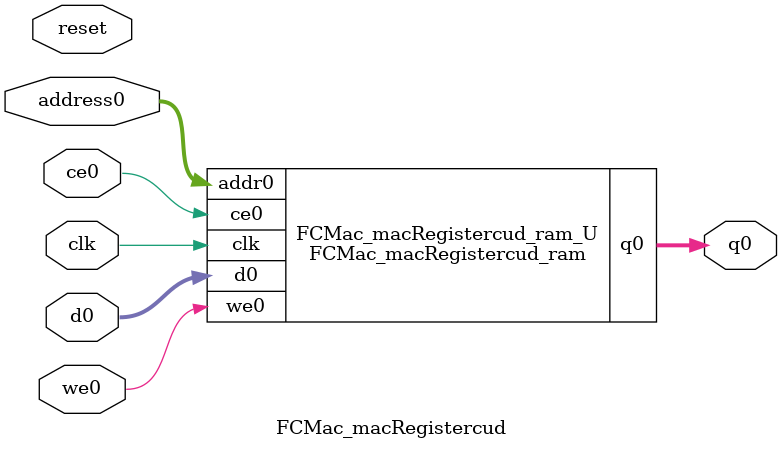
<source format=v>

`timescale 1 ns / 1 ps
module FCMac_macRegistercud_ram (addr0, ce0, d0, we0, q0,  clk);

parameter DWIDTH = 8;
parameter AWIDTH = 6;
parameter MEM_SIZE = 40;

input[AWIDTH-1:0] addr0;
input ce0;
input[DWIDTH-1:0] d0;
input we0;
output reg[DWIDTH-1:0] q0;
input clk;

(* ram_style = "distributed" *)reg [DWIDTH-1:0] ram[0:MEM_SIZE-1];




always @(posedge clk)  
begin 
    if (ce0) 
    begin
        if (we0) 
        begin 
            ram[addr0] <= d0; 
            q0 <= d0;
        end 
        else 
            q0 <= ram[addr0];
    end
end


endmodule


`timescale 1 ns / 1 ps
module FCMac_macRegistercud(
    reset,
    clk,
    address0,
    ce0,
    we0,
    d0,
    q0);

parameter DataWidth = 32'd8;
parameter AddressRange = 32'd40;
parameter AddressWidth = 32'd6;
input reset;
input clk;
input[AddressWidth - 1:0] address0;
input ce0;
input we0;
input[DataWidth - 1:0] d0;
output[DataWidth - 1:0] q0;



FCMac_macRegistercud_ram FCMac_macRegistercud_ram_U(
    .clk( clk ),
    .addr0( address0 ),
    .ce0( ce0 ),
    .we0( we0 ),
    .d0( d0 ),
    .q0( q0 ));

endmodule


</source>
